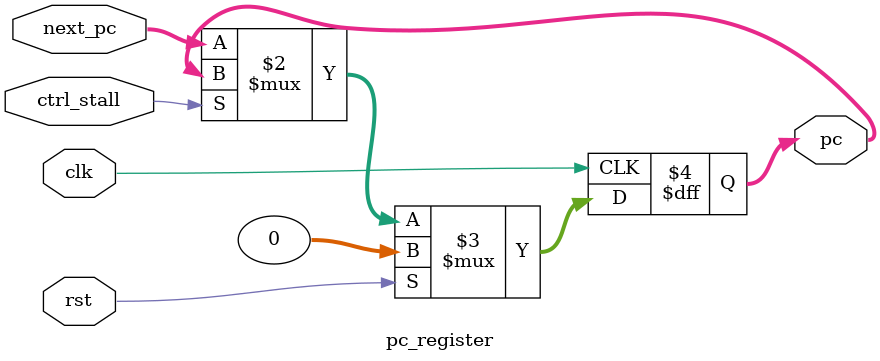
<source format=v>
`timescale 1ns / 1ps
module pc_register(
	 input						clk,
	 input						rst,
	 input						ctrl_stall,
    input [31:0] 				next_pc,
    output reg [31:0]	 	pc
    );

	always @(posedge clk) begin
		pc <= (rst) ? 32'b0 : ((ctrl_stall) ? pc : next_pc);
	end

endmodule

</source>
